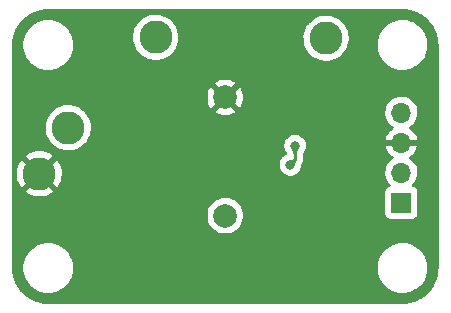
<source format=gbl>
G04 #@! TF.GenerationSoftware,KiCad,Pcbnew,(6.0.2)*
G04 #@! TF.CreationDate,2022-05-11T22:01:16-05:00*
G04 #@! TF.ProjectId,Receive US,52656365-6976-4652-9055-532e6b696361,rev?*
G04 #@! TF.SameCoordinates,Original*
G04 #@! TF.FileFunction,Copper,L2,Bot*
G04 #@! TF.FilePolarity,Positive*
%FSLAX46Y46*%
G04 Gerber Fmt 4.6, Leading zero omitted, Abs format (unit mm)*
G04 Created by KiCad (PCBNEW (6.0.2)) date 2022-05-11 22:01:16*
%MOMM*%
%LPD*%
G01*
G04 APERTURE LIST*
G04 #@! TA.AperFunction,ComponentPad*
%ADD10C,2.800000*%
G04 #@! TD*
G04 #@! TA.AperFunction,ComponentPad*
%ADD11R,1.700000X1.700000*%
G04 #@! TD*
G04 #@! TA.AperFunction,ComponentPad*
%ADD12O,1.700000X1.700000*%
G04 #@! TD*
G04 #@! TA.AperFunction,ComponentPad*
%ADD13C,2.000000*%
G04 #@! TD*
G04 #@! TA.AperFunction,ViaPad*
%ADD14C,0.800000*%
G04 #@! TD*
G04 #@! TA.AperFunction,Conductor*
%ADD15C,0.250000*%
G04 #@! TD*
G04 APERTURE END LIST*
D10*
G04 #@! TO.P,TP1,1,1*
G04 #@! TO.N,Net-(R5-Pad2)*
X86700000Y-97550000D03*
G04 #@! TD*
G04 #@! TO.P,TP2,1,1*
G04 #@! TO.N,Net-(C6-Pad2)*
X94100000Y-89900000D03*
G04 #@! TD*
G04 #@! TO.P,TP3,1,1*
G04 #@! TO.N,Net-(C7-Pad2)*
X108525000Y-89975000D03*
G04 #@! TD*
D11*
G04 #@! TO.P,J1,1,Pin_1*
G04 #@! TO.N,+3V3*
X114900000Y-103900000D03*
D12*
G04 #@! TO.P,J1,2,Pin_2*
G04 #@! TO.N,/SQUELCH*
X114900000Y-101360000D03*
G04 #@! TO.P,J1,3,Pin_3*
G04 #@! TO.N,GNDREF*
X114900000Y-98820000D03*
G04 #@! TO.P,J1,4,Pin_4*
G04 #@! TO.N,/SIGNALOUT*
X114900000Y-96280000D03*
G04 #@! TD*
D10*
G04 #@! TO.P,TP5,1,1*
G04 #@! TO.N,GNDREF*
X84250000Y-101450000D03*
G04 #@! TD*
D13*
G04 #@! TO.P,LS1,1,1*
G04 #@! TO.N,GNDREF*
X100000000Y-95000000D03*
G04 #@! TO.P,LS1,2,2*
G04 #@! TO.N,Net-(C1-Pad1)*
X100000000Y-105000000D03*
G04 #@! TD*
D14*
G04 #@! TO.N,VHALF*
X105900000Y-99075500D03*
X105500000Y-100700000D03*
G04 #@! TO.N,GNDREF*
X104200000Y-99500000D03*
X111500000Y-96500000D03*
X110250000Y-105600000D03*
X111700000Y-98000000D03*
X101300000Y-99500000D03*
X109250000Y-106950000D03*
X104400000Y-108800000D03*
X109200000Y-109000000D03*
X95550000Y-107300000D03*
X95900000Y-101000000D03*
X98550000Y-100800000D03*
X107800000Y-96600000D03*
G04 #@! TD*
D15*
G04 #@! TO.N,VHALF*
X105500000Y-100700000D02*
X105900000Y-100300000D01*
X105900000Y-100300000D02*
X105900000Y-99075500D01*
G04 #@! TD*
G04 #@! TA.AperFunction,Conductor*
G04 #@! TO.N,GNDREF*
G36*
X114970057Y-87509500D02*
G01*
X114984858Y-87511805D01*
X114984861Y-87511805D01*
X114993730Y-87513186D01*
X115002631Y-87512022D01*
X115002635Y-87512022D01*
X115012411Y-87510743D01*
X115035342Y-87509852D01*
X115312003Y-87524351D01*
X115325119Y-87525729D01*
X115627193Y-87573573D01*
X115640093Y-87576315D01*
X115935510Y-87655472D01*
X115948053Y-87659548D01*
X116233565Y-87769145D01*
X116245614Y-87774509D01*
X116518120Y-87913358D01*
X116529536Y-87919949D01*
X116786042Y-88086526D01*
X116796702Y-88094272D01*
X116891330Y-88170900D01*
X117034379Y-88286739D01*
X117044180Y-88295564D01*
X117260436Y-88511820D01*
X117269261Y-88521621D01*
X117460519Y-88757804D01*
X117461726Y-88759295D01*
X117469474Y-88769958D01*
X117636048Y-89026459D01*
X117642642Y-89037880D01*
X117781491Y-89310386D01*
X117786855Y-89322435D01*
X117896452Y-89607947D01*
X117900528Y-89620489D01*
X117950890Y-89808444D01*
X117979685Y-89915907D01*
X117982427Y-89928807D01*
X118030271Y-90230881D01*
X118031649Y-90243997D01*
X118041046Y-90423297D01*
X118045764Y-90513330D01*
X118044436Y-90539312D01*
X118044195Y-90540856D01*
X118044195Y-90540860D01*
X118042814Y-90549730D01*
X118043978Y-90558632D01*
X118043978Y-90558635D01*
X118046936Y-90581251D01*
X118048000Y-90597589D01*
X118048000Y-109394672D01*
X118046500Y-109414056D01*
X118042814Y-109437730D01*
X118043978Y-109446631D01*
X118043978Y-109446635D01*
X118045257Y-109456411D01*
X118046148Y-109479342D01*
X118040114Y-109594488D01*
X118031649Y-109756002D01*
X118030271Y-109769119D01*
X117982427Y-110071193D01*
X117979685Y-110084093D01*
X117900528Y-110379510D01*
X117896452Y-110392053D01*
X117786855Y-110677565D01*
X117781491Y-110689614D01*
X117642642Y-110962120D01*
X117636051Y-110973536D01*
X117469474Y-111230042D01*
X117461728Y-111240702D01*
X117353209Y-111374712D01*
X117269261Y-111478379D01*
X117260436Y-111488180D01*
X117044180Y-111704436D01*
X117034379Y-111713261D01*
X116809058Y-111895723D01*
X116796705Y-111905726D01*
X116786042Y-111913474D01*
X116529536Y-112080051D01*
X116518120Y-112086642D01*
X116245614Y-112225491D01*
X116233565Y-112230855D01*
X115948053Y-112340452D01*
X115935510Y-112344528D01*
X115640093Y-112423685D01*
X115627193Y-112426427D01*
X115325119Y-112474271D01*
X115312003Y-112475649D01*
X115042666Y-112489764D01*
X115016688Y-112488436D01*
X115015144Y-112488195D01*
X115015140Y-112488195D01*
X115006270Y-112486814D01*
X114997368Y-112487978D01*
X114997365Y-112487978D01*
X114974749Y-112490936D01*
X114958411Y-112492000D01*
X85049328Y-112492000D01*
X85029943Y-112490500D01*
X85015142Y-112488195D01*
X85015139Y-112488195D01*
X85006270Y-112486814D01*
X84997369Y-112487978D01*
X84997365Y-112487978D01*
X84987589Y-112489257D01*
X84964658Y-112490148D01*
X84687997Y-112475649D01*
X84674881Y-112474271D01*
X84372807Y-112426427D01*
X84359907Y-112423685D01*
X84064490Y-112344528D01*
X84051947Y-112340452D01*
X83766435Y-112230855D01*
X83754386Y-112225491D01*
X83481880Y-112086642D01*
X83470464Y-112080051D01*
X83213958Y-111913474D01*
X83203295Y-111905726D01*
X83190943Y-111895723D01*
X82965621Y-111713261D01*
X82955820Y-111704436D01*
X82739564Y-111488180D01*
X82730739Y-111478379D01*
X82646791Y-111374712D01*
X82538272Y-111240702D01*
X82530526Y-111230042D01*
X82363949Y-110973536D01*
X82357358Y-110962120D01*
X82218509Y-110689614D01*
X82213145Y-110677565D01*
X82103548Y-110392053D01*
X82099472Y-110379510D01*
X82020315Y-110084093D01*
X82017573Y-110071193D01*
X81969729Y-109769119D01*
X81968351Y-109756002D01*
X81958955Y-109576703D01*
X82890743Y-109576703D01*
X82928268Y-109861734D01*
X83004129Y-110139036D01*
X83005813Y-110142984D01*
X83112051Y-110392053D01*
X83116923Y-110403476D01*
X83264561Y-110650161D01*
X83444313Y-110874528D01*
X83652851Y-111072423D01*
X83886317Y-111240186D01*
X83890112Y-111242195D01*
X83890113Y-111242196D01*
X83911869Y-111253715D01*
X84140392Y-111374712D01*
X84410373Y-111473511D01*
X84691264Y-111534755D01*
X84719841Y-111537004D01*
X84914282Y-111552307D01*
X84914291Y-111552307D01*
X84916739Y-111552500D01*
X85072271Y-111552500D01*
X85074407Y-111552354D01*
X85074418Y-111552354D01*
X85282548Y-111538165D01*
X85282554Y-111538164D01*
X85286825Y-111537873D01*
X85291020Y-111537004D01*
X85291022Y-111537004D01*
X85427584Y-111508723D01*
X85568342Y-111479574D01*
X85839343Y-111383607D01*
X86094812Y-111251750D01*
X86098313Y-111249289D01*
X86098317Y-111249287D01*
X86212418Y-111169095D01*
X86330023Y-111086441D01*
X86451518Y-110973541D01*
X86537479Y-110893661D01*
X86537481Y-110893658D01*
X86540622Y-110890740D01*
X86722713Y-110668268D01*
X86872927Y-110423142D01*
X86988483Y-110159898D01*
X87011894Y-110077715D01*
X87066068Y-109887534D01*
X87067244Y-109883406D01*
X87107751Y-109598784D01*
X87107845Y-109580951D01*
X87107867Y-109576703D01*
X112890743Y-109576703D01*
X112928268Y-109861734D01*
X113004129Y-110139036D01*
X113005813Y-110142984D01*
X113112051Y-110392053D01*
X113116923Y-110403476D01*
X113264561Y-110650161D01*
X113444313Y-110874528D01*
X113652851Y-111072423D01*
X113886317Y-111240186D01*
X113890112Y-111242195D01*
X113890113Y-111242196D01*
X113911869Y-111253715D01*
X114140392Y-111374712D01*
X114410373Y-111473511D01*
X114691264Y-111534755D01*
X114719841Y-111537004D01*
X114914282Y-111552307D01*
X114914291Y-111552307D01*
X114916739Y-111552500D01*
X115072271Y-111552500D01*
X115074407Y-111552354D01*
X115074418Y-111552354D01*
X115282548Y-111538165D01*
X115282554Y-111538164D01*
X115286825Y-111537873D01*
X115291020Y-111537004D01*
X115291022Y-111537004D01*
X115427584Y-111508723D01*
X115568342Y-111479574D01*
X115839343Y-111383607D01*
X116094812Y-111251750D01*
X116098313Y-111249289D01*
X116098317Y-111249287D01*
X116212417Y-111169096D01*
X116330023Y-111086441D01*
X116451518Y-110973541D01*
X116537479Y-110893661D01*
X116537481Y-110893658D01*
X116540622Y-110890740D01*
X116722713Y-110668268D01*
X116872927Y-110423142D01*
X116988483Y-110159898D01*
X117011894Y-110077715D01*
X117066068Y-109887534D01*
X117067244Y-109883406D01*
X117107751Y-109598784D01*
X117107845Y-109580951D01*
X117109235Y-109315583D01*
X117109235Y-109315576D01*
X117109257Y-109311297D01*
X117071732Y-109026266D01*
X116995871Y-108748964D01*
X116883077Y-108484524D01*
X116735439Y-108237839D01*
X116555687Y-108013472D01*
X116347149Y-107815577D01*
X116113683Y-107647814D01*
X116091843Y-107636250D01*
X116068654Y-107623972D01*
X115859608Y-107513288D01*
X115589627Y-107414489D01*
X115308736Y-107353245D01*
X115277685Y-107350801D01*
X115085718Y-107335693D01*
X115085709Y-107335693D01*
X115083261Y-107335500D01*
X114927729Y-107335500D01*
X114925593Y-107335646D01*
X114925582Y-107335646D01*
X114717452Y-107349835D01*
X114717446Y-107349836D01*
X114713175Y-107350127D01*
X114708980Y-107350996D01*
X114708978Y-107350996D01*
X114572416Y-107379277D01*
X114431658Y-107408426D01*
X114160657Y-107504393D01*
X113905188Y-107636250D01*
X113901687Y-107638711D01*
X113901683Y-107638713D01*
X113891594Y-107645804D01*
X113669977Y-107801559D01*
X113459378Y-107997260D01*
X113277287Y-108219732D01*
X113127073Y-108464858D01*
X113011517Y-108728102D01*
X112932756Y-109004594D01*
X112892249Y-109289216D01*
X112892227Y-109293505D01*
X112892226Y-109293512D01*
X112890765Y-109572417D01*
X112890743Y-109576703D01*
X87107867Y-109576703D01*
X87109235Y-109315583D01*
X87109235Y-109315576D01*
X87109257Y-109311297D01*
X87071732Y-109026266D01*
X86995871Y-108748964D01*
X86883077Y-108484524D01*
X86735439Y-108237839D01*
X86555687Y-108013472D01*
X86347149Y-107815577D01*
X86113683Y-107647814D01*
X86091843Y-107636250D01*
X86068654Y-107623972D01*
X85859608Y-107513288D01*
X85589627Y-107414489D01*
X85308736Y-107353245D01*
X85277685Y-107350801D01*
X85085718Y-107335693D01*
X85085709Y-107335693D01*
X85083261Y-107335500D01*
X84927729Y-107335500D01*
X84925593Y-107335646D01*
X84925582Y-107335646D01*
X84717452Y-107349835D01*
X84717446Y-107349836D01*
X84713175Y-107350127D01*
X84708980Y-107350996D01*
X84708978Y-107350996D01*
X84572416Y-107379277D01*
X84431658Y-107408426D01*
X84160657Y-107504393D01*
X83905188Y-107636250D01*
X83901687Y-107638711D01*
X83901683Y-107638713D01*
X83891594Y-107645804D01*
X83669977Y-107801559D01*
X83459378Y-107997260D01*
X83277287Y-108219732D01*
X83127073Y-108464858D01*
X83011517Y-108728102D01*
X82932756Y-109004594D01*
X82892249Y-109289216D01*
X82892227Y-109293505D01*
X82892226Y-109293512D01*
X82890765Y-109572417D01*
X82890743Y-109576703D01*
X81958955Y-109576703D01*
X81954236Y-109486666D01*
X81955564Y-109460688D01*
X81955805Y-109459144D01*
X81955805Y-109459140D01*
X81957186Y-109450270D01*
X81955547Y-109437730D01*
X81953064Y-109418749D01*
X81952000Y-109402411D01*
X81952000Y-105000000D01*
X98486835Y-105000000D01*
X98505465Y-105236711D01*
X98560895Y-105467594D01*
X98651760Y-105686963D01*
X98654346Y-105691183D01*
X98773241Y-105885202D01*
X98773245Y-105885208D01*
X98775824Y-105889416D01*
X98930031Y-106069969D01*
X99110584Y-106224176D01*
X99114792Y-106226755D01*
X99114798Y-106226759D01*
X99308817Y-106345654D01*
X99313037Y-106348240D01*
X99317607Y-106350133D01*
X99317611Y-106350135D01*
X99527833Y-106437211D01*
X99532406Y-106439105D01*
X99612609Y-106458360D01*
X99758476Y-106493380D01*
X99758482Y-106493381D01*
X99763289Y-106494535D01*
X100000000Y-106513165D01*
X100236711Y-106494535D01*
X100241518Y-106493381D01*
X100241524Y-106493380D01*
X100387391Y-106458360D01*
X100467594Y-106439105D01*
X100472167Y-106437211D01*
X100682389Y-106350135D01*
X100682393Y-106350133D01*
X100686963Y-106348240D01*
X100691183Y-106345654D01*
X100885202Y-106226759D01*
X100885208Y-106226755D01*
X100889416Y-106224176D01*
X101069969Y-106069969D01*
X101224176Y-105889416D01*
X101226755Y-105885208D01*
X101226759Y-105885202D01*
X101345654Y-105691183D01*
X101348240Y-105686963D01*
X101439105Y-105467594D01*
X101494535Y-105236711D01*
X101513165Y-105000000D01*
X101494535Y-104763289D01*
X101439105Y-104532406D01*
X101348240Y-104313037D01*
X101345654Y-104308817D01*
X101226759Y-104114798D01*
X101226755Y-104114792D01*
X101224176Y-104110584D01*
X101069969Y-103930031D01*
X100889416Y-103775824D01*
X100885208Y-103773245D01*
X100885202Y-103773241D01*
X100691183Y-103654346D01*
X100686963Y-103651760D01*
X100682393Y-103649867D01*
X100682389Y-103649865D01*
X100472167Y-103562789D01*
X100472165Y-103562788D01*
X100467594Y-103560895D01*
X100387391Y-103541640D01*
X100241524Y-103506620D01*
X100241518Y-103506619D01*
X100236711Y-103505465D01*
X100000000Y-103486835D01*
X99763289Y-103505465D01*
X99758482Y-103506619D01*
X99758476Y-103506620D01*
X99612609Y-103541640D01*
X99532406Y-103560895D01*
X99527835Y-103562788D01*
X99527833Y-103562789D01*
X99317611Y-103649865D01*
X99317607Y-103649867D01*
X99313037Y-103651760D01*
X99308817Y-103654346D01*
X99114798Y-103773241D01*
X99114792Y-103773245D01*
X99110584Y-103775824D01*
X98930031Y-103930031D01*
X98775824Y-104110584D01*
X98773245Y-104114792D01*
X98773241Y-104114798D01*
X98654346Y-104308817D01*
X98651760Y-104313037D01*
X98560895Y-104532406D01*
X98505465Y-104763289D01*
X98486835Y-105000000D01*
X81952000Y-105000000D01*
X81952000Y-102967806D01*
X83097361Y-102967806D01*
X83104751Y-102978108D01*
X83146630Y-103012203D01*
X83153909Y-103017318D01*
X83377756Y-103152085D01*
X83385670Y-103156118D01*
X83626286Y-103258006D01*
X83634691Y-103260883D01*
X83887257Y-103327850D01*
X83895989Y-103329516D01*
X84155474Y-103360227D01*
X84164340Y-103360645D01*
X84425561Y-103354490D01*
X84434414Y-103353653D01*
X84692162Y-103310752D01*
X84700796Y-103308679D01*
X84949930Y-103229888D01*
X84958192Y-103226617D01*
X85193731Y-103113513D01*
X85201455Y-103109107D01*
X85395268Y-102979606D01*
X85403556Y-102969688D01*
X85396299Y-102955509D01*
X84262812Y-101822022D01*
X84248868Y-101814408D01*
X84247035Y-101814539D01*
X84240420Y-101818790D01*
X83104527Y-102954683D01*
X83097361Y-102967806D01*
X81952000Y-102967806D01*
X81952000Y-101394367D01*
X82338245Y-101394367D01*
X82348503Y-101655459D01*
X82349478Y-101664288D01*
X82396422Y-101921332D01*
X82398631Y-101929934D01*
X82481324Y-102177796D01*
X82484728Y-102186014D01*
X82601519Y-102419750D01*
X82606043Y-102427398D01*
X82721352Y-102594235D01*
X82731673Y-102602589D01*
X82745323Y-102595467D01*
X83877978Y-101462812D01*
X83884356Y-101451132D01*
X84614408Y-101451132D01*
X84614539Y-101452965D01*
X84618790Y-101459580D01*
X85755517Y-102596307D01*
X85768917Y-102603624D01*
X85778821Y-102596637D01*
X85794686Y-102577763D01*
X85799905Y-102570580D01*
X85938171Y-102348876D01*
X85942333Y-102341017D01*
X86047988Y-102102030D01*
X86050994Y-102093680D01*
X86121921Y-101842192D01*
X86123722Y-101833499D01*
X86158672Y-101573292D01*
X86159200Y-101566899D01*
X86162773Y-101453222D01*
X86162646Y-101446779D01*
X86144106Y-101184923D01*
X86142853Y-101176119D01*
X86087858Y-100920677D01*
X86085379Y-100912144D01*
X86007115Y-100700000D01*
X104586496Y-100700000D01*
X104587186Y-100706565D01*
X104603650Y-100863207D01*
X104606458Y-100889928D01*
X104665473Y-101071556D01*
X104668776Y-101077278D01*
X104668777Y-101077279D01*
X104691595Y-101116800D01*
X104760960Y-101236944D01*
X104765378Y-101241851D01*
X104765379Y-101241852D01*
X104868740Y-101356646D01*
X104888747Y-101378866D01*
X105043248Y-101491118D01*
X105049276Y-101493802D01*
X105049278Y-101493803D01*
X105211681Y-101566109D01*
X105217712Y-101568794D01*
X105311112Y-101588647D01*
X105398056Y-101607128D01*
X105398061Y-101607128D01*
X105404513Y-101608500D01*
X105595487Y-101608500D01*
X105601939Y-101607128D01*
X105601944Y-101607128D01*
X105688887Y-101588647D01*
X105782288Y-101568794D01*
X105788319Y-101566109D01*
X105950722Y-101493803D01*
X105950724Y-101493802D01*
X105956752Y-101491118D01*
X106111253Y-101378866D01*
X106131260Y-101356646D01*
X106158228Y-101326695D01*
X113537251Y-101326695D01*
X113537548Y-101331848D01*
X113537548Y-101331851D01*
X113544546Y-101453222D01*
X113550110Y-101549715D01*
X113551247Y-101554761D01*
X113551248Y-101554767D01*
X113563358Y-101608500D01*
X113599222Y-101767639D01*
X113683266Y-101974616D01*
X113799987Y-102165088D01*
X113946250Y-102333938D01*
X113950230Y-102337242D01*
X113954981Y-102341187D01*
X113994616Y-102400090D01*
X113996113Y-102471071D01*
X113958997Y-102531593D01*
X113918725Y-102556112D01*
X113822751Y-102592091D01*
X113803295Y-102599385D01*
X113686739Y-102686739D01*
X113599385Y-102803295D01*
X113548255Y-102939684D01*
X113541500Y-103001866D01*
X113541500Y-104798134D01*
X113548255Y-104860316D01*
X113599385Y-104996705D01*
X113686739Y-105113261D01*
X113803295Y-105200615D01*
X113939684Y-105251745D01*
X114001866Y-105258500D01*
X115798134Y-105258500D01*
X115860316Y-105251745D01*
X115996705Y-105200615D01*
X116113261Y-105113261D01*
X116200615Y-104996705D01*
X116251745Y-104860316D01*
X116258500Y-104798134D01*
X116258500Y-103001866D01*
X116251745Y-102939684D01*
X116200615Y-102803295D01*
X116113261Y-102686739D01*
X115996705Y-102599385D01*
X115982967Y-102594235D01*
X115878203Y-102554960D01*
X115821439Y-102512318D01*
X115796739Y-102445756D01*
X115811947Y-102376408D01*
X115833493Y-102347727D01*
X115840056Y-102341187D01*
X115938096Y-102243489D01*
X115997594Y-102160689D01*
X116065435Y-102066277D01*
X116068453Y-102062077D01*
X116167430Y-101861811D01*
X116232370Y-101648069D01*
X116261529Y-101426590D01*
X116262316Y-101394367D01*
X116263074Y-101363365D01*
X116263074Y-101363361D01*
X116263156Y-101360000D01*
X116244852Y-101137361D01*
X116190431Y-100920702D01*
X116101354Y-100715840D01*
X116051502Y-100638781D01*
X115982822Y-100532617D01*
X115982820Y-100532614D01*
X115980014Y-100528277D01*
X115829670Y-100363051D01*
X115825619Y-100359852D01*
X115825615Y-100359848D01*
X115658414Y-100227800D01*
X115658410Y-100227798D01*
X115654359Y-100224598D01*
X115612569Y-100201529D01*
X115562598Y-100151097D01*
X115547826Y-100081654D01*
X115572942Y-100015248D01*
X115600294Y-99988641D01*
X115775328Y-99863792D01*
X115783200Y-99857139D01*
X115934052Y-99706812D01*
X115940730Y-99698965D01*
X116065003Y-99526020D01*
X116070313Y-99517183D01*
X116164670Y-99326267D01*
X116168469Y-99316672D01*
X116230377Y-99112910D01*
X116232555Y-99102837D01*
X116233986Y-99091962D01*
X116231775Y-99077778D01*
X116218617Y-99074000D01*
X113583225Y-99074000D01*
X113569694Y-99077973D01*
X113568257Y-99087966D01*
X113598565Y-99222446D01*
X113601645Y-99232275D01*
X113681770Y-99429603D01*
X113686413Y-99438794D01*
X113797694Y-99620388D01*
X113803777Y-99628699D01*
X113943213Y-99789667D01*
X113950580Y-99796883D01*
X114114434Y-99932916D01*
X114122881Y-99938831D01*
X114191969Y-99979203D01*
X114240693Y-100030842D01*
X114253764Y-100100625D01*
X114227033Y-100166396D01*
X114186584Y-100199752D01*
X114173607Y-100206507D01*
X114169474Y-100209610D01*
X114169471Y-100209612D01*
X114002831Y-100334729D01*
X113994965Y-100340635D01*
X113840629Y-100502138D01*
X113837715Y-100506410D01*
X113837714Y-100506411D01*
X113791736Y-100573813D01*
X113714743Y-100686680D01*
X113620688Y-100889305D01*
X113560989Y-101104570D01*
X113537251Y-101326695D01*
X106158228Y-101326695D01*
X106234621Y-101241852D01*
X106234622Y-101241851D01*
X106239040Y-101236944D01*
X106308405Y-101116800D01*
X106331223Y-101077279D01*
X106331224Y-101077278D01*
X106334527Y-101071556D01*
X106393542Y-100889928D01*
X106396351Y-100863207D01*
X106413206Y-100702836D01*
X106438955Y-100638781D01*
X106444753Y-100631306D01*
X106449613Y-100625041D01*
X106467176Y-100584457D01*
X106472383Y-100573827D01*
X106493695Y-100535060D01*
X106495666Y-100527383D01*
X106495668Y-100527378D01*
X106498732Y-100515442D01*
X106505138Y-100496730D01*
X106510034Y-100485417D01*
X106513181Y-100478145D01*
X106520097Y-100434481D01*
X106522504Y-100422860D01*
X106531528Y-100387711D01*
X106531528Y-100387710D01*
X106533500Y-100380030D01*
X106533500Y-100359769D01*
X106535051Y-100340058D01*
X106535452Y-100337530D01*
X106538219Y-100320057D01*
X106534059Y-100276046D01*
X106533500Y-100264189D01*
X106533500Y-99863087D01*
X106533582Y-99858542D01*
X106534936Y-99821030D01*
X106535811Y-99810074D01*
X106536741Y-99802572D01*
X106552737Y-99754948D01*
X106557757Y-99746276D01*
X106560288Y-99742093D01*
X106575784Y-99717571D01*
X106584559Y-99703684D01*
X106584751Y-99703805D01*
X106584827Y-99703688D01*
X106584634Y-99703566D01*
X106591319Y-99692980D01*
X106617836Y-99650993D01*
X106621481Y-99645133D01*
X106621674Y-99644818D01*
X106626387Y-99636968D01*
X106661317Y-99577581D01*
X106667832Y-99566170D01*
X106668125Y-99565641D01*
X106674320Y-99554106D01*
X106687736Y-99528340D01*
X106690371Y-99523537D01*
X106694039Y-99517183D01*
X106734527Y-99447056D01*
X106793542Y-99265428D01*
X106794898Y-99252532D01*
X106812814Y-99082065D01*
X106813504Y-99075500D01*
X106793542Y-98885572D01*
X106734527Y-98703944D01*
X106639040Y-98538556D01*
X106622339Y-98520007D01*
X106515675Y-98401545D01*
X106515674Y-98401544D01*
X106511253Y-98396634D01*
X106356752Y-98284382D01*
X106350724Y-98281698D01*
X106350722Y-98281697D01*
X106188319Y-98209391D01*
X106188318Y-98209391D01*
X106182288Y-98206706D01*
X106088887Y-98186853D01*
X106001944Y-98168372D01*
X106001939Y-98168372D01*
X105995487Y-98167000D01*
X105804513Y-98167000D01*
X105798061Y-98168372D01*
X105798056Y-98168372D01*
X105711112Y-98186853D01*
X105617712Y-98206706D01*
X105611682Y-98209391D01*
X105611681Y-98209391D01*
X105449278Y-98281697D01*
X105449276Y-98281698D01*
X105443248Y-98284382D01*
X105288747Y-98396634D01*
X105284326Y-98401544D01*
X105284325Y-98401545D01*
X105177662Y-98520007D01*
X105160960Y-98538556D01*
X105065473Y-98703944D01*
X105006458Y-98885572D01*
X104986496Y-99075500D01*
X104987186Y-99082065D01*
X105005103Y-99252532D01*
X105006458Y-99265428D01*
X105065473Y-99447056D01*
X105068773Y-99452772D01*
X105068774Y-99452774D01*
X105109611Y-99523506D01*
X105112251Y-99528318D01*
X105125433Y-99553637D01*
X105125481Y-99553728D01*
X105125677Y-99554104D01*
X105125917Y-99554550D01*
X105131654Y-99565232D01*
X105131675Y-99565271D01*
X105131874Y-99565641D01*
X105132167Y-99566170D01*
X105138682Y-99577581D01*
X105173612Y-99636968D01*
X105178641Y-99645333D01*
X105178821Y-99645626D01*
X105182147Y-99650966D01*
X105201029Y-99680865D01*
X105220490Y-99749139D01*
X105199950Y-99817099D01*
X105145742Y-99863249D01*
X105049281Y-99906195D01*
X105049274Y-99906199D01*
X105043248Y-99908882D01*
X104888747Y-100021134D01*
X104884326Y-100026044D01*
X104884325Y-100026045D01*
X104834255Y-100081654D01*
X104760960Y-100163056D01*
X104735874Y-100206507D01*
X104699140Y-100270132D01*
X104665473Y-100328444D01*
X104606458Y-100510072D01*
X104605768Y-100516633D01*
X104605768Y-100516635D01*
X104599212Y-100579017D01*
X104586496Y-100700000D01*
X86007115Y-100700000D01*
X85994941Y-100667002D01*
X85991286Y-100658907D01*
X85867206Y-100428947D01*
X85862447Y-100421449D01*
X85777759Y-100306790D01*
X85766631Y-100298348D01*
X85754038Y-100305172D01*
X84622022Y-101437188D01*
X84614408Y-101451132D01*
X83884356Y-101451132D01*
X83885592Y-101448868D01*
X83885461Y-101447035D01*
X83881210Y-101440420D01*
X82745819Y-100305029D01*
X82732978Y-100298017D01*
X82722289Y-100305813D01*
X82670663Y-100371299D01*
X82665658Y-100378663D01*
X82534420Y-100604605D01*
X82530516Y-100612575D01*
X82432420Y-100854763D01*
X82429676Y-100863207D01*
X82366683Y-101116800D01*
X82365156Y-101125551D01*
X82338524Y-101385483D01*
X82338245Y-101394367D01*
X81952000Y-101394367D01*
X81952000Y-99932688D01*
X83098045Y-99932688D01*
X83105025Y-99945815D01*
X84237188Y-101077978D01*
X84251132Y-101085592D01*
X84252965Y-101085461D01*
X84259580Y-101081210D01*
X85394804Y-99945986D01*
X85401658Y-99933434D01*
X85393450Y-99922363D01*
X85303762Y-99853916D01*
X85296313Y-99849023D01*
X85068353Y-99721359D01*
X85060303Y-99717571D01*
X84816617Y-99623295D01*
X84808127Y-99620683D01*
X84553578Y-99561683D01*
X84544800Y-99560293D01*
X84284478Y-99537746D01*
X84275607Y-99537606D01*
X84014696Y-99551965D01*
X84005886Y-99553079D01*
X83749607Y-99604055D01*
X83741050Y-99606396D01*
X83494496Y-99692980D01*
X83486362Y-99696500D01*
X83254477Y-99816955D01*
X83246905Y-99821594D01*
X83106447Y-99921967D01*
X83098045Y-99932688D01*
X81952000Y-99932688D01*
X81952000Y-97489899D01*
X84787569Y-97489899D01*
X84798180Y-97759963D01*
X84846737Y-98025837D01*
X84932272Y-98282217D01*
X85053078Y-98523987D01*
X85055607Y-98527646D01*
X85159563Y-98678058D01*
X85206744Y-98746324D01*
X85390205Y-98944790D01*
X85599799Y-99115427D01*
X85831346Y-99254830D01*
X85835441Y-99256564D01*
X85835443Y-99256565D01*
X86076124Y-99358480D01*
X86076131Y-99358482D01*
X86080225Y-99360216D01*
X86176358Y-99385705D01*
X86337172Y-99428345D01*
X86337177Y-99428346D01*
X86341469Y-99429484D01*
X86345878Y-99430006D01*
X86345884Y-99430007D01*
X86495210Y-99447680D01*
X86609868Y-99461251D01*
X86880064Y-99454883D01*
X86884459Y-99454151D01*
X86884464Y-99454151D01*
X87142267Y-99411241D01*
X87142271Y-99411240D01*
X87146669Y-99410508D01*
X87314959Y-99357285D01*
X87400114Y-99330354D01*
X87400116Y-99330353D01*
X87404360Y-99329011D01*
X87408371Y-99327085D01*
X87408376Y-99327083D01*
X87643979Y-99213948D01*
X87643980Y-99213947D01*
X87647998Y-99212018D01*
X87854557Y-99074000D01*
X87869013Y-99064341D01*
X87869017Y-99064338D01*
X87872721Y-99061863D01*
X87876038Y-99058892D01*
X87876042Y-99058889D01*
X88070729Y-98884512D01*
X88074045Y-98881542D01*
X88247953Y-98674654D01*
X88390975Y-98445325D01*
X88500258Y-98198133D01*
X88573620Y-97938008D01*
X88596946Y-97764343D01*
X88609172Y-97673324D01*
X88609173Y-97673316D01*
X88609599Y-97670142D01*
X88609851Y-97662120D01*
X88613274Y-97553222D01*
X88613274Y-97553217D01*
X88613375Y-97550000D01*
X88594287Y-97280403D01*
X88537402Y-97016185D01*
X88526369Y-96986277D01*
X88445397Y-96766796D01*
X88443856Y-96762619D01*
X88414510Y-96708231D01*
X88317629Y-96528678D01*
X88317629Y-96528677D01*
X88315516Y-96524762D01*
X88154942Y-96307362D01*
X88128007Y-96280000D01*
X88081414Y-96232670D01*
X99132160Y-96232670D01*
X99137887Y-96240320D01*
X99309042Y-96345205D01*
X99317837Y-96349687D01*
X99527988Y-96436734D01*
X99537373Y-96439783D01*
X99758554Y-96492885D01*
X99768301Y-96494428D01*
X99995070Y-96512275D01*
X100004930Y-96512275D01*
X100231699Y-96494428D01*
X100241446Y-96492885D01*
X100462627Y-96439783D01*
X100472012Y-96436734D01*
X100682163Y-96349687D01*
X100690958Y-96345205D01*
X100851710Y-96246695D01*
X113537251Y-96246695D01*
X113537548Y-96251848D01*
X113537548Y-96251851D01*
X113542931Y-96345205D01*
X113550110Y-96469715D01*
X113551247Y-96474761D01*
X113551248Y-96474767D01*
X113563398Y-96528678D01*
X113599222Y-96687639D01*
X113683266Y-96894616D01*
X113799987Y-97085088D01*
X113946250Y-97253938D01*
X114118126Y-97396632D01*
X114191955Y-97439774D01*
X114240679Y-97491412D01*
X114253750Y-97561195D01*
X114227019Y-97626967D01*
X114186562Y-97660327D01*
X114178457Y-97664546D01*
X114169738Y-97670036D01*
X113999433Y-97797905D01*
X113991726Y-97804748D01*
X113844590Y-97958717D01*
X113838104Y-97966727D01*
X113718098Y-98142649D01*
X113713000Y-98151623D01*
X113623338Y-98344783D01*
X113619775Y-98354470D01*
X113564389Y-98554183D01*
X113565912Y-98562607D01*
X113578292Y-98566000D01*
X116218344Y-98566000D01*
X116231875Y-98562027D01*
X116233180Y-98552947D01*
X116191214Y-98385875D01*
X116187894Y-98376124D01*
X116102972Y-98180814D01*
X116098105Y-98171739D01*
X115982426Y-97992926D01*
X115976136Y-97984757D01*
X115832806Y-97827240D01*
X115825273Y-97820215D01*
X115658139Y-97688222D01*
X115649556Y-97682520D01*
X115612602Y-97662120D01*
X115562631Y-97611687D01*
X115547859Y-97542245D01*
X115572975Y-97475839D01*
X115600327Y-97449232D01*
X115623797Y-97432491D01*
X115779860Y-97321173D01*
X115938096Y-97163489D01*
X115997594Y-97080689D01*
X116065435Y-96986277D01*
X116068453Y-96982077D01*
X116079990Y-96958735D01*
X116165136Y-96786453D01*
X116165137Y-96786451D01*
X116167430Y-96781811D01*
X116232370Y-96568069D01*
X116261529Y-96346590D01*
X116262400Y-96310954D01*
X116263074Y-96283365D01*
X116263074Y-96283361D01*
X116263156Y-96280000D01*
X116244852Y-96057361D01*
X116190431Y-95840702D01*
X116101354Y-95635840D01*
X115995369Y-95472012D01*
X115982822Y-95452617D01*
X115982820Y-95452614D01*
X115980014Y-95448277D01*
X115829670Y-95283051D01*
X115825619Y-95279852D01*
X115825615Y-95279848D01*
X115658414Y-95147800D01*
X115658410Y-95147798D01*
X115654359Y-95144598D01*
X115458789Y-95036638D01*
X115453920Y-95034914D01*
X115453916Y-95034912D01*
X115253087Y-94963795D01*
X115253083Y-94963794D01*
X115248212Y-94962069D01*
X115243119Y-94961162D01*
X115243116Y-94961161D01*
X115033373Y-94923800D01*
X115033367Y-94923799D01*
X115028284Y-94922894D01*
X114954452Y-94921992D01*
X114810081Y-94920228D01*
X114810079Y-94920228D01*
X114804911Y-94920165D01*
X114584091Y-94953955D01*
X114371756Y-95023357D01*
X114173607Y-95126507D01*
X114169474Y-95129610D01*
X114169471Y-95129612D01*
X114145247Y-95147800D01*
X113994965Y-95260635D01*
X113840629Y-95422138D01*
X113714743Y-95606680D01*
X113693436Y-95652582D01*
X113628483Y-95792513D01*
X113620688Y-95809305D01*
X113560989Y-96024570D01*
X113537251Y-96246695D01*
X100851710Y-96246695D01*
X100858445Y-96242568D01*
X100867907Y-96232110D01*
X100864124Y-96223334D01*
X100012812Y-95372022D01*
X99998868Y-95364408D01*
X99997035Y-95364539D01*
X99990420Y-95368790D01*
X99138920Y-96220290D01*
X99132160Y-96232670D01*
X88081414Y-96232670D01*
X87968469Y-96117937D01*
X87965338Y-96114756D01*
X87840638Y-96019588D01*
X87754028Y-95953489D01*
X87754024Y-95953487D01*
X87750487Y-95950787D01*
X87514675Y-95818727D01*
X87262609Y-95721210D01*
X87258284Y-95720207D01*
X87258279Y-95720206D01*
X87132094Y-95690958D01*
X86999318Y-95660182D01*
X86730054Y-95636861D01*
X86725619Y-95637105D01*
X86725615Y-95637105D01*
X86464634Y-95651468D01*
X86464627Y-95651469D01*
X86460191Y-95651713D01*
X86328622Y-95677883D01*
X86199484Y-95703570D01*
X86199479Y-95703571D01*
X86195112Y-95704440D01*
X86190909Y-95705916D01*
X85944315Y-95792513D01*
X85944312Y-95792514D01*
X85940107Y-95793991D01*
X85936154Y-95796044D01*
X85936148Y-95796047D01*
X85892488Y-95818727D01*
X85700264Y-95918580D01*
X85696649Y-95921163D01*
X85696643Y-95921167D01*
X85483990Y-96073131D01*
X85483986Y-96073134D01*
X85480369Y-96075719D01*
X85477149Y-96078791D01*
X85325629Y-96223334D01*
X85284808Y-96262275D01*
X85117485Y-96474524D01*
X85115253Y-96478366D01*
X85115250Y-96478371D01*
X84983974Y-96704377D01*
X84983971Y-96704384D01*
X84981736Y-96708231D01*
X84880272Y-96958735D01*
X84879201Y-96963048D01*
X84879199Y-96963053D01*
X84828504Y-97167137D01*
X84815116Y-97221035D01*
X84814662Y-97225463D01*
X84814662Y-97225465D01*
X84788023Y-97485467D01*
X84787569Y-97489899D01*
X81952000Y-97489899D01*
X81952000Y-95004930D01*
X98487725Y-95004930D01*
X98505572Y-95231699D01*
X98507115Y-95241446D01*
X98560217Y-95462627D01*
X98563266Y-95472012D01*
X98650313Y-95682163D01*
X98654795Y-95690958D01*
X98757432Y-95858445D01*
X98767890Y-95867907D01*
X98776666Y-95864124D01*
X99627978Y-95012812D01*
X99634356Y-95001132D01*
X100364408Y-95001132D01*
X100364539Y-95002965D01*
X100368790Y-95009580D01*
X101220290Y-95861080D01*
X101232670Y-95867840D01*
X101240320Y-95862113D01*
X101345205Y-95690958D01*
X101349687Y-95682163D01*
X101436734Y-95472012D01*
X101439783Y-95462627D01*
X101492885Y-95241446D01*
X101494428Y-95231699D01*
X101512275Y-95004930D01*
X101512275Y-94995070D01*
X101494428Y-94768301D01*
X101492885Y-94758554D01*
X101439783Y-94537373D01*
X101436734Y-94527988D01*
X101349687Y-94317837D01*
X101345205Y-94309042D01*
X101242568Y-94141555D01*
X101232110Y-94132093D01*
X101223334Y-94135876D01*
X100372022Y-94987188D01*
X100364408Y-95001132D01*
X99634356Y-95001132D01*
X99635592Y-94998868D01*
X99635461Y-94997035D01*
X99631210Y-94990420D01*
X98779710Y-94138920D01*
X98767330Y-94132160D01*
X98759680Y-94137887D01*
X98654795Y-94309042D01*
X98650313Y-94317837D01*
X98563266Y-94527988D01*
X98560217Y-94537373D01*
X98507115Y-94758554D01*
X98505572Y-94768301D01*
X98487725Y-94995070D01*
X98487725Y-95004930D01*
X81952000Y-95004930D01*
X81952000Y-93767890D01*
X99132093Y-93767890D01*
X99135876Y-93776666D01*
X99987188Y-94627978D01*
X100001132Y-94635592D01*
X100002965Y-94635461D01*
X100009580Y-94631210D01*
X100861080Y-93779710D01*
X100867840Y-93767330D01*
X100862113Y-93759680D01*
X100690958Y-93654795D01*
X100682163Y-93650313D01*
X100472012Y-93563266D01*
X100462627Y-93560217D01*
X100241446Y-93507115D01*
X100231699Y-93505572D01*
X100004930Y-93487725D01*
X99995070Y-93487725D01*
X99768301Y-93505572D01*
X99758554Y-93507115D01*
X99537373Y-93560217D01*
X99527988Y-93563266D01*
X99317837Y-93650313D01*
X99309042Y-93654795D01*
X99141555Y-93757432D01*
X99132093Y-93767890D01*
X81952000Y-93767890D01*
X81952000Y-90688703D01*
X82890743Y-90688703D01*
X82891302Y-90692947D01*
X82891302Y-90692951D01*
X82893084Y-90706488D01*
X82928268Y-90973734D01*
X83004129Y-91251036D01*
X83116923Y-91515476D01*
X83143296Y-91559542D01*
X83233473Y-91710216D01*
X83264561Y-91762161D01*
X83444313Y-91986528D01*
X83652851Y-92184423D01*
X83886317Y-92352186D01*
X83890112Y-92354195D01*
X83890113Y-92354196D01*
X83911869Y-92365715D01*
X84140392Y-92486712D01*
X84410373Y-92585511D01*
X84691264Y-92646755D01*
X84719841Y-92649004D01*
X84914282Y-92664307D01*
X84914291Y-92664307D01*
X84916739Y-92664500D01*
X85072271Y-92664500D01*
X85074407Y-92664354D01*
X85074418Y-92664354D01*
X85282548Y-92650165D01*
X85282554Y-92650164D01*
X85286825Y-92649873D01*
X85291020Y-92649004D01*
X85291022Y-92649004D01*
X85427583Y-92620724D01*
X85568342Y-92591574D01*
X85839343Y-92495607D01*
X86094812Y-92363750D01*
X86098313Y-92361289D01*
X86098317Y-92361287D01*
X86212417Y-92281096D01*
X86330023Y-92198441D01*
X86540622Y-92002740D01*
X86722713Y-91780268D01*
X86872927Y-91535142D01*
X86895426Y-91483889D01*
X86986757Y-91275830D01*
X86988483Y-91271898D01*
X87067244Y-90995406D01*
X87107751Y-90710784D01*
X87107845Y-90692951D01*
X87109235Y-90427583D01*
X87109235Y-90427576D01*
X87109257Y-90423297D01*
X87071732Y-90138266D01*
X87065188Y-90114343D01*
X87049585Y-90057311D01*
X86995871Y-89860964D01*
X86986886Y-89839899D01*
X92187569Y-89839899D01*
X92187744Y-89844351D01*
X92197598Y-90095142D01*
X92198180Y-90109963D01*
X92246737Y-90375837D01*
X92248146Y-90380060D01*
X92321084Y-90598681D01*
X92332272Y-90632217D01*
X92392930Y-90753612D01*
X92449211Y-90866247D01*
X92453078Y-90873987D01*
X92455607Y-90877646D01*
X92559563Y-91028058D01*
X92606744Y-91096324D01*
X92672685Y-91167658D01*
X92769044Y-91271898D01*
X92790205Y-91294790D01*
X92999799Y-91465427D01*
X93003617Y-91467726D01*
X93003619Y-91467727D01*
X93156123Y-91559542D01*
X93231346Y-91604830D01*
X93235441Y-91606564D01*
X93235443Y-91606565D01*
X93476124Y-91708480D01*
X93476131Y-91708482D01*
X93480225Y-91710216D01*
X93576358Y-91735705D01*
X93737172Y-91778345D01*
X93737177Y-91778346D01*
X93741469Y-91779484D01*
X93745878Y-91780006D01*
X93745884Y-91780007D01*
X93895210Y-91797680D01*
X94009868Y-91811251D01*
X94280064Y-91804883D01*
X94284459Y-91804151D01*
X94284464Y-91804151D01*
X94542267Y-91761241D01*
X94542271Y-91761240D01*
X94546669Y-91760508D01*
X94714959Y-91707285D01*
X94800114Y-91680354D01*
X94800116Y-91680353D01*
X94804360Y-91679011D01*
X94808371Y-91677085D01*
X94808376Y-91677083D01*
X95043979Y-91563948D01*
X95043980Y-91563947D01*
X95047998Y-91562018D01*
X95196768Y-91462613D01*
X95269013Y-91414341D01*
X95269017Y-91414338D01*
X95272721Y-91411863D01*
X95276038Y-91408892D01*
X95276042Y-91408889D01*
X95452280Y-91251036D01*
X95474045Y-91231542D01*
X95647953Y-91024654D01*
X95668843Y-90991159D01*
X95788614Y-90799111D01*
X95788615Y-90799109D01*
X95790975Y-90795325D01*
X95900258Y-90548133D01*
X95973620Y-90288008D01*
X95981293Y-90230881D01*
X96009172Y-90023324D01*
X96009173Y-90023316D01*
X96009599Y-90020142D01*
X96012907Y-89914899D01*
X106612569Y-89914899D01*
X106614804Y-89971779D01*
X106621183Y-90134124D01*
X106623180Y-90184963D01*
X106623980Y-90189343D01*
X106665932Y-90419049D01*
X106671737Y-90450837D01*
X106757272Y-90707217D01*
X106759265Y-90711205D01*
X106840603Y-90873987D01*
X106878078Y-90948987D01*
X106880607Y-90952646D01*
X106984563Y-91103058D01*
X107031744Y-91171324D01*
X107215205Y-91369790D01*
X107424799Y-91540427D01*
X107428617Y-91542726D01*
X107428619Y-91542727D01*
X107581123Y-91634542D01*
X107656346Y-91679830D01*
X107660441Y-91681564D01*
X107660443Y-91681565D01*
X107901124Y-91783480D01*
X107901131Y-91783482D01*
X107905225Y-91785216D01*
X107976638Y-91804151D01*
X108162172Y-91853345D01*
X108162177Y-91853346D01*
X108166469Y-91854484D01*
X108170878Y-91855006D01*
X108170884Y-91855007D01*
X108320210Y-91872680D01*
X108434868Y-91886251D01*
X108705064Y-91879883D01*
X108709459Y-91879151D01*
X108709464Y-91879151D01*
X108967267Y-91836241D01*
X108967271Y-91836240D01*
X108971669Y-91835508D01*
X109213073Y-91759162D01*
X109225114Y-91755354D01*
X109225116Y-91755353D01*
X109229360Y-91754011D01*
X109233371Y-91752085D01*
X109233376Y-91752083D01*
X109468979Y-91638948D01*
X109468980Y-91638947D01*
X109472998Y-91637018D01*
X109621768Y-91537613D01*
X109694013Y-91489341D01*
X109694017Y-91489338D01*
X109697721Y-91486863D01*
X109701038Y-91483892D01*
X109701042Y-91483889D01*
X109895729Y-91309512D01*
X109899045Y-91306542D01*
X110072953Y-91099654D01*
X110140617Y-90991159D01*
X110213614Y-90874111D01*
X110213615Y-90874109D01*
X110215975Y-90870325D01*
X110296270Y-90688703D01*
X112890743Y-90688703D01*
X112891302Y-90692947D01*
X112891302Y-90692951D01*
X112893084Y-90706488D01*
X112928268Y-90973734D01*
X113004129Y-91251036D01*
X113116923Y-91515476D01*
X113143296Y-91559542D01*
X113233473Y-91710216D01*
X113264561Y-91762161D01*
X113444313Y-91986528D01*
X113652851Y-92184423D01*
X113886317Y-92352186D01*
X113890112Y-92354195D01*
X113890113Y-92354196D01*
X113911869Y-92365715D01*
X114140392Y-92486712D01*
X114410373Y-92585511D01*
X114691264Y-92646755D01*
X114719841Y-92649004D01*
X114914282Y-92664307D01*
X114914291Y-92664307D01*
X114916739Y-92664500D01*
X115072271Y-92664500D01*
X115074407Y-92664354D01*
X115074418Y-92664354D01*
X115282548Y-92650165D01*
X115282554Y-92650164D01*
X115286825Y-92649873D01*
X115291020Y-92649004D01*
X115291022Y-92649004D01*
X115427584Y-92620723D01*
X115568342Y-92591574D01*
X115839343Y-92495607D01*
X116094812Y-92363750D01*
X116098313Y-92361289D01*
X116098317Y-92361287D01*
X116212417Y-92281096D01*
X116330023Y-92198441D01*
X116540622Y-92002740D01*
X116722713Y-91780268D01*
X116872927Y-91535142D01*
X116895426Y-91483889D01*
X116986757Y-91275830D01*
X116988483Y-91271898D01*
X117067244Y-90995406D01*
X117107751Y-90710784D01*
X117107845Y-90692951D01*
X117109235Y-90427583D01*
X117109235Y-90427576D01*
X117109257Y-90423297D01*
X117071732Y-90138266D01*
X117065188Y-90114343D01*
X117049585Y-90057311D01*
X116995871Y-89860964D01*
X116906085Y-89650465D01*
X116884763Y-89600476D01*
X116884761Y-89600472D01*
X116883077Y-89596524D01*
X116790983Y-89442646D01*
X116737643Y-89353521D01*
X116737640Y-89353517D01*
X116735439Y-89349839D01*
X116555687Y-89125472D01*
X116370527Y-88949762D01*
X116350258Y-88930527D01*
X116350255Y-88930525D01*
X116347149Y-88927577D01*
X116113683Y-88759814D01*
X116091843Y-88748250D01*
X116061835Y-88732362D01*
X115859608Y-88625288D01*
X115724617Y-88575888D01*
X115593658Y-88527964D01*
X115593656Y-88527963D01*
X115589627Y-88526489D01*
X115308736Y-88465245D01*
X115277685Y-88462801D01*
X115085718Y-88447693D01*
X115085709Y-88447693D01*
X115083261Y-88447500D01*
X114927729Y-88447500D01*
X114925593Y-88447646D01*
X114925582Y-88447646D01*
X114717452Y-88461835D01*
X114717446Y-88461836D01*
X114713175Y-88462127D01*
X114708980Y-88462996D01*
X114708978Y-88462996D01*
X114685119Y-88467937D01*
X114431658Y-88520426D01*
X114160657Y-88616393D01*
X114156848Y-88618359D01*
X113935971Y-88732362D01*
X113905188Y-88748250D01*
X113901687Y-88750711D01*
X113901683Y-88750713D01*
X113801634Y-88821029D01*
X113669977Y-88913559D01*
X113654892Y-88927577D01*
X113514292Y-89058231D01*
X113459378Y-89109260D01*
X113277287Y-89331732D01*
X113127073Y-89576858D01*
X113011517Y-89840102D01*
X113010342Y-89844229D01*
X113010341Y-89844230D01*
X112986249Y-89928807D01*
X112932756Y-90116594D01*
X112892249Y-90401216D01*
X112892227Y-90405505D01*
X112892226Y-90405512D01*
X112891018Y-90636205D01*
X112890743Y-90688703D01*
X110296270Y-90688703D01*
X110325258Y-90623133D01*
X110398620Y-90363008D01*
X110421946Y-90189343D01*
X110434172Y-90098324D01*
X110434173Y-90098316D01*
X110434599Y-90095142D01*
X110438375Y-89975000D01*
X110430022Y-89857016D01*
X110419602Y-89709852D01*
X110419287Y-89705403D01*
X110362402Y-89441185D01*
X110342801Y-89388053D01*
X110270397Y-89191796D01*
X110268856Y-89187619D01*
X110239510Y-89133231D01*
X110142629Y-88953678D01*
X110142629Y-88953677D01*
X110140516Y-88949762D01*
X109979942Y-88732362D01*
X109790338Y-88539756D01*
X109696233Y-88467937D01*
X109579028Y-88378489D01*
X109579024Y-88378487D01*
X109575487Y-88375787D01*
X109339675Y-88243727D01*
X109087609Y-88146210D01*
X109083284Y-88145207D01*
X109083279Y-88145206D01*
X108977748Y-88120746D01*
X108824318Y-88085182D01*
X108555054Y-88061861D01*
X108550619Y-88062105D01*
X108550615Y-88062105D01*
X108289634Y-88076468D01*
X108289627Y-88076469D01*
X108285191Y-88076713D01*
X108153622Y-88102883D01*
X108024484Y-88128570D01*
X108024479Y-88128571D01*
X108020112Y-88129440D01*
X108015909Y-88130916D01*
X107769315Y-88217513D01*
X107769312Y-88217514D01*
X107765107Y-88218991D01*
X107761154Y-88221044D01*
X107761148Y-88221047D01*
X107664664Y-88271167D01*
X107525264Y-88343580D01*
X107521649Y-88346163D01*
X107521643Y-88346167D01*
X107308990Y-88498131D01*
X107308986Y-88498134D01*
X107305369Y-88500719D01*
X107302149Y-88503791D01*
X107137400Y-88660954D01*
X107109808Y-88687275D01*
X107044621Y-88769965D01*
X106958919Y-88878678D01*
X106942485Y-88899524D01*
X106940253Y-88903366D01*
X106940250Y-88903371D01*
X106808974Y-89129377D01*
X106808971Y-89129384D01*
X106806736Y-89133231D01*
X106805062Y-89137364D01*
X106732600Y-89316266D01*
X106705272Y-89383735D01*
X106704201Y-89388048D01*
X106704199Y-89388053D01*
X106643999Y-89630403D01*
X106640116Y-89646035D01*
X106639662Y-89650463D01*
X106639662Y-89650465D01*
X106613765Y-89903222D01*
X106612569Y-89914899D01*
X96012907Y-89914899D01*
X96013375Y-89900000D01*
X95994287Y-89630403D01*
X95937402Y-89366185D01*
X95923468Y-89328414D01*
X95845397Y-89116796D01*
X95843856Y-89112619D01*
X95814510Y-89058231D01*
X95717629Y-88878678D01*
X95717629Y-88878677D01*
X95715516Y-88874762D01*
X95554942Y-88657362D01*
X95365338Y-88464756D01*
X95209949Y-88346167D01*
X95154028Y-88303489D01*
X95154024Y-88303487D01*
X95150487Y-88300787D01*
X94914675Y-88168727D01*
X94662609Y-88071210D01*
X94658284Y-88070207D01*
X94658279Y-88070206D01*
X94552748Y-88045746D01*
X94399318Y-88010182D01*
X94130054Y-87986861D01*
X94125619Y-87987105D01*
X94125615Y-87987105D01*
X93864634Y-88001468D01*
X93864627Y-88001469D01*
X93860191Y-88001713D01*
X93728622Y-88027883D01*
X93599484Y-88053570D01*
X93599479Y-88053571D01*
X93595112Y-88054440D01*
X93590909Y-88055916D01*
X93344315Y-88142513D01*
X93344312Y-88142514D01*
X93340107Y-88143991D01*
X93336154Y-88146044D01*
X93336148Y-88146047D01*
X93292488Y-88168727D01*
X93100264Y-88268580D01*
X93096649Y-88271163D01*
X93096643Y-88271167D01*
X92883990Y-88423131D01*
X92883986Y-88423134D01*
X92880369Y-88425719D01*
X92684808Y-88612275D01*
X92517485Y-88824524D01*
X92515253Y-88828366D01*
X92515250Y-88828371D01*
X92383974Y-89054377D01*
X92383971Y-89054384D01*
X92381736Y-89058231D01*
X92280272Y-89308735D01*
X92279201Y-89313048D01*
X92279199Y-89313053D01*
X92247371Y-89441185D01*
X92215116Y-89571035D01*
X92214662Y-89575463D01*
X92214662Y-89575465D01*
X92207874Y-89641714D01*
X92187569Y-89839899D01*
X86986886Y-89839899D01*
X86906085Y-89650465D01*
X86884763Y-89600476D01*
X86884761Y-89600472D01*
X86883077Y-89596524D01*
X86790983Y-89442646D01*
X86737643Y-89353521D01*
X86737640Y-89353517D01*
X86735439Y-89349839D01*
X86555687Y-89125472D01*
X86370527Y-88949762D01*
X86350258Y-88930527D01*
X86350255Y-88930525D01*
X86347149Y-88927577D01*
X86113683Y-88759814D01*
X86091843Y-88748250D01*
X86061835Y-88732362D01*
X85859608Y-88625288D01*
X85724617Y-88575888D01*
X85593658Y-88527964D01*
X85593656Y-88527963D01*
X85589627Y-88526489D01*
X85308736Y-88465245D01*
X85277685Y-88462801D01*
X85085718Y-88447693D01*
X85085709Y-88447693D01*
X85083261Y-88447500D01*
X84927729Y-88447500D01*
X84925593Y-88447646D01*
X84925582Y-88447646D01*
X84717452Y-88461835D01*
X84717446Y-88461836D01*
X84713175Y-88462127D01*
X84708980Y-88462996D01*
X84708978Y-88462996D01*
X84685119Y-88467937D01*
X84431658Y-88520426D01*
X84160657Y-88616393D01*
X84156848Y-88618359D01*
X83935971Y-88732362D01*
X83905188Y-88748250D01*
X83901687Y-88750711D01*
X83901683Y-88750713D01*
X83801634Y-88821029D01*
X83669977Y-88913559D01*
X83654892Y-88927577D01*
X83514292Y-89058231D01*
X83459378Y-89109260D01*
X83277287Y-89331732D01*
X83127073Y-89576858D01*
X83011517Y-89840102D01*
X83010342Y-89844229D01*
X83010341Y-89844230D01*
X82986249Y-89928807D01*
X82932756Y-90116594D01*
X82892249Y-90401216D01*
X82892227Y-90405505D01*
X82892226Y-90405512D01*
X82891018Y-90636205D01*
X82890743Y-90688703D01*
X81952000Y-90688703D01*
X81952000Y-90605328D01*
X81953500Y-90585943D01*
X81955805Y-90571142D01*
X81955805Y-90571139D01*
X81957186Y-90562270D01*
X81956022Y-90553369D01*
X81956022Y-90553365D01*
X81954743Y-90543589D01*
X81953852Y-90520657D01*
X81959177Y-90419049D01*
X81968351Y-90243997D01*
X81969729Y-90230881D01*
X82017573Y-89928807D01*
X82020315Y-89915907D01*
X82049110Y-89808444D01*
X82099472Y-89620489D01*
X82103548Y-89607947D01*
X82213145Y-89322435D01*
X82218509Y-89310386D01*
X82357358Y-89037880D01*
X82363952Y-89026459D01*
X82530526Y-88769958D01*
X82538274Y-88759295D01*
X82539482Y-88757804D01*
X82730739Y-88521621D01*
X82739564Y-88511820D01*
X82955820Y-88295564D01*
X82965621Y-88286739D01*
X83108670Y-88170900D01*
X83203298Y-88094272D01*
X83213958Y-88086526D01*
X83470464Y-87919949D01*
X83481880Y-87913358D01*
X83754386Y-87774509D01*
X83766435Y-87769145D01*
X84051947Y-87659548D01*
X84064490Y-87655472D01*
X84359907Y-87576315D01*
X84372807Y-87573573D01*
X84674881Y-87525729D01*
X84687997Y-87524351D01*
X84957334Y-87510236D01*
X84983312Y-87511564D01*
X84984856Y-87511805D01*
X84984860Y-87511805D01*
X84993730Y-87513186D01*
X85002632Y-87512022D01*
X85002635Y-87512022D01*
X85025251Y-87509064D01*
X85041589Y-87508000D01*
X114950672Y-87508000D01*
X114970057Y-87509500D01*
G37*
G04 #@! TD.AperFunction*
G04 #@! TD*
G04 #@! TA.AperFunction,Conductor*
G04 #@! TO.N,VHALF*
G36*
X105908433Y-98884269D02*
G01*
X106254174Y-99243797D01*
X106257439Y-99252135D01*
X106256119Y-99257309D01*
X106223736Y-99319505D01*
X106223443Y-99320034D01*
X106188513Y-99379421D01*
X106188320Y-99379736D01*
X106155118Y-99432309D01*
X106155115Y-99432311D01*
X106155116Y-99432312D01*
X106124261Y-99481140D01*
X106096476Y-99529147D01*
X106072374Y-99579435D01*
X106052564Y-99635110D01*
X106037658Y-99699277D01*
X106028266Y-99775038D01*
X106028257Y-99775299D01*
X106025407Y-99854222D01*
X106021684Y-99862366D01*
X106013715Y-99865500D01*
X105786285Y-99865500D01*
X105778012Y-99862073D01*
X105774593Y-99854222D01*
X105771742Y-99775299D01*
X105771733Y-99775038D01*
X105762341Y-99699277D01*
X105747435Y-99635110D01*
X105727625Y-99579435D01*
X105703523Y-99529147D01*
X105675738Y-99481140D01*
X105644883Y-99432312D01*
X105611666Y-99379714D01*
X105611486Y-99379421D01*
X105576556Y-99320034D01*
X105576263Y-99319505D01*
X105543881Y-99257310D01*
X105543100Y-99248389D01*
X105545826Y-99243797D01*
X105891567Y-98884269D01*
X105899771Y-98880681D01*
X105908433Y-98884269D01*
G37*
G04 #@! TD.AperFunction*
G04 #@! TD*
G04 #@! TA.AperFunction,Conductor*
G04 #@! TO.N,VHALF*
G36*
X106021103Y-100069113D02*
G01*
X106024521Y-100077847D01*
X106021520Y-100154026D01*
X106021436Y-100155040D01*
X106012066Y-100228748D01*
X106011888Y-100229776D01*
X106002629Y-100271958D01*
X105998099Y-100292595D01*
X105997867Y-100293484D01*
X105981084Y-100348778D01*
X105980900Y-100349332D01*
X105962500Y-100400475D01*
X105944000Y-100450484D01*
X105943973Y-100450567D01*
X105927067Y-100502053D01*
X105927063Y-100502068D01*
X105926999Y-100502262D01*
X105913000Y-100558988D01*
X105903500Y-100623841D01*
X105903487Y-100624134D01*
X105900395Y-100691394D01*
X105896592Y-100699501D01*
X105891664Y-100702177D01*
X105373536Y-100837514D01*
X105364665Y-100836289D01*
X105359259Y-100829151D01*
X105358881Y-100825965D01*
X105361344Y-100700000D01*
X105368562Y-100330749D01*
X105372150Y-100322545D01*
X105376982Y-100319746D01*
X105401876Y-100312484D01*
X105426812Y-100305209D01*
X105427649Y-100304998D01*
X105444881Y-100301323D01*
X105485313Y-100292701D01*
X105485612Y-100292643D01*
X105542000Y-100282449D01*
X105595507Y-100271958D01*
X105630629Y-100262498D01*
X105644178Y-100258849D01*
X105644180Y-100258848D01*
X105644582Y-100258740D01*
X105687839Y-100240337D01*
X105723895Y-100214289D01*
X105724417Y-100213602D01*
X105724419Y-100213600D01*
X105750822Y-100178849D01*
X105751363Y-100178137D01*
X105768860Y-100129422D01*
X105773981Y-100076264D01*
X105778185Y-100068358D01*
X105785627Y-100065686D01*
X106012830Y-100065686D01*
X106021103Y-100069113D01*
G37*
G04 #@! TD.AperFunction*
G04 #@! TD*
M02*

</source>
